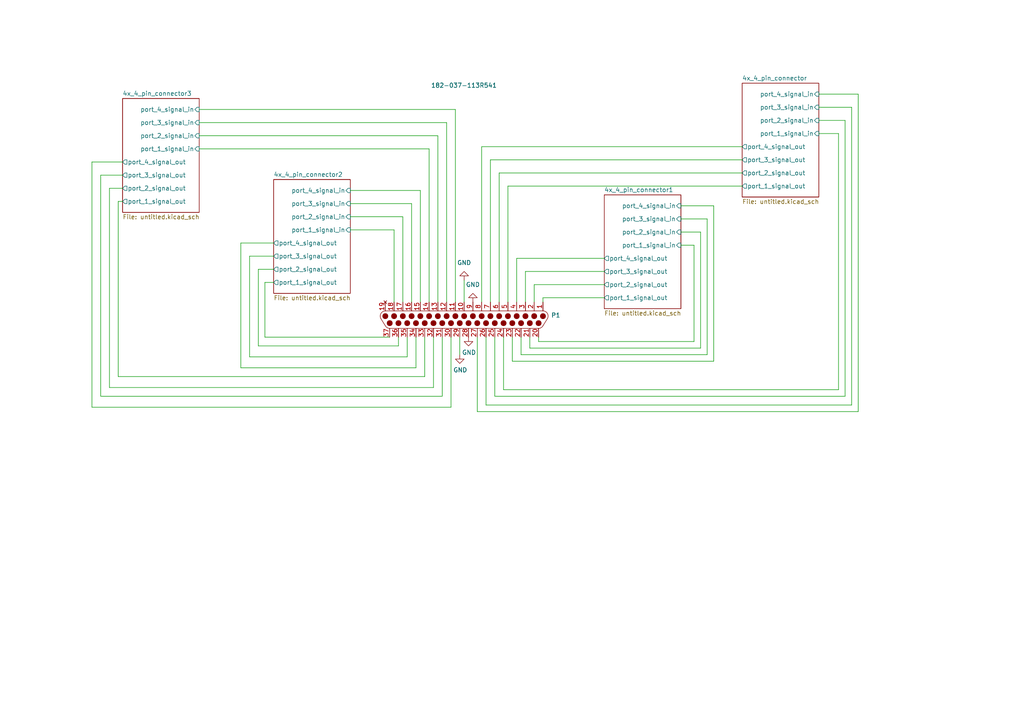
<source format=kicad_sch>
(kicad_sch (version 20211123) (generator eeschema)
  (paper "A4")
  (title_block (title "Voltage Input Module") (date "2021-08-03") (rev "v02") (company "S&T Rocket Design Team") (comment 4 "Author: Arnold Baker, Rakshak Sudhakaran, Andrew Matteson"))
  (lib_symbols
    (symbol "dk_Rectangular-Connectors-Headers-Male-Pins:182-037-113R541" (pin_names (offset 1.016))
      (property "Reference" "P" (at 0 13.97 0))
      (property "Value" "dk_Rectangular-Connectors-Headers-Male-Pins_182-037-113R541" (at 0 -13.97 0))
      (symbol "182-037-113R541_0_1"
        (arc (start -22.86 -1.778) (mid -22.3238 -2.3237) (end -21.59 -2.54))
        (circle (center -22.86 1.016) (radius 0.762) (fill (type outline)))
        (arc (start -22.86 2.54) (mid -24.1496 1.7607) (end -24.13 0.254))
        (circle (center -21.59 -1.016) (radius 0.762) (fill (type outline)))
        (polyline (pts (xy -24.13 0.254) (xy -22.86 -1.778)))
        (polyline (pts (xy -21.59 -2.54) (xy 21.59 -2.54)))
        (polyline (pts (xy 22.86 -1.778) (xy 24.13 0.254)))
        (polyline (pts (xy 22.86 2.54) (xy -22.86 2.54)))
        (arc (start 21.59 -2.54) (mid 22.3282 -2.3311) (end 22.86 -1.778))
        (arc (start 24.13 0.254) (mid 24.1646 1.769) (end 22.86 2.54))
      )
      (symbol "182-037-113R541_1_1"
        (circle (center -20.32 1.016) (radius 0.762) (fill (type outline)))
        (circle (center -19.05 -1.016) (radius 0.762) (fill (type outline)))
        (circle (center -17.78 1.016) (radius 0.762) (fill (type outline)))
        (circle (center -16.51 -1.016) (radius 0.762) (fill (type outline)))
        (circle (center -15.24 1.016) (radius 0.762) (fill (type outline)))
        (circle (center -13.97 -1.016) (radius 0.762) (fill (type outline)))
        (circle (center -12.7 1.016) (radius 0.762) (fill (type outline)))
        (circle (center -11.43 -1.016) (radius 0.762) (fill (type outline)))
        (circle (center -10.16 1.016) (radius 0.762) (fill (type outline)))
        (circle (center -8.89 -1.016) (radius 0.762) (fill (type outline)))
        (circle (center -7.62 1.016) (radius 0.762) (fill (type outline)))
        (circle (center -6.35 -1.016) (radius 0.762) (fill (type outline)))
        (circle (center -5.08 1.016) (radius 0.762) (fill (type outline)))
        (circle (center -3.81 -1.016) (radius 0.762) (fill (type outline)))
        (circle (center -2.54 1.016) (radius 0.762) (fill (type outline)))
        (circle (center -1.27 -1.016) (radius 0.762) (fill (type outline)))
        (circle (center 0 1.016) (radius 0.762) (fill (type outline)))
        (circle (center 1.27 -1.016) (radius 0.762) (fill (type outline)))
        (circle (center 2.54 1.016) (radius 0.762) (fill (type outline)))
        (circle (center 3.81 -1.016) (radius 0.762) (fill (type outline)))
        (circle (center 5.08 1.016) (radius 0.762) (fill (type outline)))
        (circle (center 6.35 -1.016) (radius 0.762) (fill (type outline)))
        (circle (center 7.62 1.016) (radius 0.762) (fill (type outline)))
        (circle (center 8.89 -1.016) (radius 0.762) (fill (type outline)))
        (circle (center 10.16 1.016) (radius 0.762) (fill (type outline)))
        (circle (center 11.43 -1.016) (radius 0.762) (fill (type outline)))
        (circle (center 12.7 1.016) (radius 0.762) (fill (type outline)))
        (circle (center 13.97 -1.016) (radius 0.762) (fill (type outline)))
        (circle (center 15.24 1.016) (radius 0.762) (fill (type outline)))
        (circle (center 16.51 -1.016) (radius 0.762) (fill (type outline)))
        (circle (center 17.78 1.016) (radius 0.762) (fill (type outline)))
        (circle (center 19.05 -1.016) (radius 0.762) (fill (type outline)))
        (circle (center 20.32 1.016) (radius 0.762) (fill (type outline)))
        (circle (center 21.59 -1.016) (radius 0.762) (fill (type outline)))
        (circle (center 22.86 1.016) (radius 0.762) (fill (type outline)))
        (pin passive line (at 22.86 5.08 270) (length 2.54) (name "~") (number "1"))
        (pin passive line (at 0 5.08 270) (length 2.54) (name "~") (number "10"))
        (pin passive line (at -2.54 5.08 270) (length 2.54) (name "~") (number "11"))
        (pin passive line (at -5.08 5.08 270) (length 2.54) (name "~") (number "12"))
        (pin passive line (at -7.62 5.08 270) (length 2.54) (name "~") (number "13"))
        (pin passive line (at -10.16 5.08 270) (length 2.54) (name "~") (number "14"))
        (pin passive line (at -12.7 5.08 270) (length 2.54) (name "~") (number "15"))
        (pin passive line (at -15.24 5.08 270) (length 2.54) (name "~") (number "16"))
        (pin passive line (at -17.78 5.08 270) (length 2.54) (name "~") (number "17"))
        (pin passive line (at -20.32 5.08 270) (length 2.54) (name "~") (number "18"))
        (pin no_connect line (at -22.86 5.08 270) (length 2.54) (name "~") (number "19"))
        (pin passive line (at 20.32 5.08 270) (length 2.54) (name "~") (number "2"))
        (pin passive line (at 21.59 -5.08 90) (length 2.54) (name "~") (number "20"))
        (pin passive line (at 19.05 -5.08 90) (length 2.54) (name "~") (number "21"))
        (pin passive line (at 16.51 -5.08 90) (length 2.54) (name "~") (number "22"))
        (pin passive line (at 13.97 -5.08 90) (length 2.54) (name "~") (number "23"))
        (pin passive line (at 11.43 -5.08 90) (length 2.54) (name "~") (number "24"))
        (pin passive line (at 8.89 -5.08 90) (length 2.54) (name "~") (number "25"))
        (pin passive line (at 6.35 -5.08 90) (length 2.54) (name "~") (number "26"))
        (pin passive line (at 3.81 -5.08 90) (length 2.54) (name "~") (number "27"))
        (pin passive line (at 1.27 -5.08 90) (length 2.54) (name "~") (number "28"))
        (pin passive line (at -1.27 -5.08 90) (length 2.54) (name "~") (number "29"))
        (pin passive line (at 17.78 5.08 270) (length 2.54) (name "~") (number "3"))
        (pin passive line (at -3.81 -5.08 90) (length 2.54) (name "~") (number "30"))
        (pin passive line (at -6.35 -5.08 90) (length 2.54) (name "~") (number "31"))
        (pin passive line (at -8.89 -5.08 90) (length 2.54) (name "~") (number "32"))
        (pin passive line (at -11.43 -5.08 90) (length 2.54) (name "~") (number "33"))
        (pin passive line (at -13.97 -5.08 90) (length 2.54) (name "~") (number "34"))
        (pin passive line (at -16.51 -5.08 90) (length 2.54) (name "~") (number "35"))
        (pin passive line (at -19.05 -5.08 90) (length 2.54) (name "~") (number "36"))
        (pin passive line (at -21.59 -5.08 90) (length 2.54) (name "~") (number "37"))
        (pin passive line (at 15.24 5.08 270) (length 2.54) (name "~") (number "4"))
        (pin passive line (at 12.7 5.08 270) (length 2.54) (name "~") (number "5"))
        (pin passive line (at 10.16 5.08 270) (length 2.54) (name "~") (number "6"))
        (pin passive line (at 7.62 5.08 270) (length 2.54) (name "~") (number "7"))
        (pin passive line (at 5.08 5.08 270) (length 2.54) (name "~") (number "8"))
        (pin passive line (at 2.54 5.08 270) (length 2.54) (name "~") (number "9"))
      )
    )
    (symbol "power:GND" (power) (pin_names (offset 0))
      (property "Value" "GND" (at 0 -3.81 0))
      (symbol "GND_0_1"
        (polyline (pts (xy 0 0) (xy 0 -1.27) (xy 1.27 -1.27) (xy 0 -2.54) (xy -1.27 -1.27) (xy 0 -1.27)))
      )
      (symbol "GND_1_1"
        (pin power_in line (at 0 0 270) (length 0) hide (name "GND") (number "1"))
      )
    )
  )
  (wire (pts (xy 29.21 50.8) (xy 29.21 114.935)))
  (wire (pts (xy 125.73 112.395) (xy 31.75 112.395)))
  (wire (pts (xy 144.78 87.63) (xy 144.78 50.165)))
  (wire (pts (xy 74.93 78.105) (xy 74.93 100.33)))
  (wire (pts (xy 124.46 87.63) (xy 124.46 43.18)))
  (wire (pts (xy 201.295 71.12) (xy 197.485 71.12)))
  (wire (pts (xy 140.97 97.79) (xy 140.97 117.475)))
  (wire (pts (xy 237.49 27.305) (xy 248.92 27.305)))
  (wire (pts (xy 132.08 87.63) (xy 132.08 31.75)))
  (wire (pts (xy 129.54 87.63) (xy 129.54 35.56)))
  (wire (pts (xy 203.2 67.31) (xy 203.2 100.965)))
  (wire (pts (xy 142.24 46.355) (xy 215.265 46.355)))
  (wire (pts (xy 156.21 99.06) (xy 156.21 97.79)))
  (wire (pts (xy 140.97 117.475) (xy 247.015 117.475)))
  (wire (pts (xy 149.86 87.63) (xy 149.86 74.93)))
  (wire (pts (xy 132.08 31.75) (xy 57.785 31.75)))
  (wire (pts (xy 72.39 74.295) (xy 72.39 103.505)))
  (wire (pts (xy 237.49 38.735) (xy 243.205 38.735)))
  (wire (pts (xy 130.81 97.79) (xy 130.81 118.11)))
  (wire (pts (xy 123.19 109.22) (xy 123.19 97.79)))
  (wire (pts (xy 133.35 102.87) (xy 133.35 97.79)))
  (wire (pts (xy 114.3 66.675) (xy 101.6 66.675)))
  (wire (pts (xy 119.38 59.055) (xy 101.6 59.055)))
  (wire (pts (xy 74.93 100.33) (xy 115.57 100.33)))
  (wire (pts (xy 197.485 63.5) (xy 205.105 63.5)))
  (wire (pts (xy 26.67 46.99) (xy 35.56 46.99)))
  (wire (pts (xy 121.92 87.63) (xy 121.92 55.245)))
  (wire (pts (xy 203.2 100.965) (xy 153.67 100.965)))
  (wire (pts (xy 31.75 54.61) (xy 35.56 54.61)))
  (wire (pts (xy 152.4 78.74) (xy 175.26 78.74)))
  (wire (pts (xy 156.21 99.06) (xy 201.295 99.06)))
  (wire (pts (xy 146.05 113.03) (xy 243.205 113.03)))
  (wire (pts (xy 129.54 35.56) (xy 57.785 35.56)))
  (wire (pts (xy 127 39.37) (xy 127 87.63)))
  (wire (pts (xy 120.65 97.79) (xy 120.65 106.68)))
  (wire (pts (xy 116.84 62.865) (xy 101.6 62.865)))
  (wire (pts (xy 120.65 106.68) (xy 69.85 106.68)))
  (wire (pts (xy 79.375 78.105) (xy 74.93 78.105)))
  (wire (pts (xy 153.67 97.79) (xy 153.67 100.965)))
  (wire (pts (xy 151.13 97.79) (xy 151.13 102.87)))
  (wire (pts (xy 205.105 102.87) (xy 151.13 102.87)))
  (wire (pts (xy 248.92 119.38) (xy 138.43 119.38)))
  (wire (pts (xy 76.835 81.915) (xy 79.375 81.915)))
  (wire (pts (xy 34.29 109.22) (xy 123.19 109.22)))
  (wire (pts (xy 139.7 87.63) (xy 139.7 42.545)))
  (wire (pts (xy 245.11 34.925) (xy 245.11 114.935)))
  (wire (pts (xy 157.48 86.36) (xy 157.48 87.63)))
  (wire (pts (xy 138.43 97.79) (xy 138.43 119.38)))
  (wire (pts (xy 69.85 106.68) (xy 69.85 70.485)))
  (wire (pts (xy 207.01 59.69) (xy 197.485 59.69)))
  (wire (pts (xy 245.11 114.935) (xy 143.51 114.935)))
  (wire (pts (xy 154.94 82.55) (xy 175.26 82.55)))
  (wire (pts (xy 143.51 97.79) (xy 143.51 114.935)))
  (wire (pts (xy 130.81 118.11) (xy 26.67 118.11)))
  (wire (pts (xy 144.78 50.165) (xy 215.265 50.165)))
  (wire (pts (xy 243.205 113.03) (xy 243.205 38.735)))
  (wire (pts (xy 237.49 34.925) (xy 245.11 34.925)))
  (wire (pts (xy 69.85 70.485) (xy 79.375 70.485)))
  (wire (pts (xy 157.48 86.36) (xy 175.26 86.36)))
  (wire (pts (xy 26.67 118.11) (xy 26.67 46.99)))
  (wire (pts (xy 114.3 87.63) (xy 114.3 66.675)))
  (wire (pts (xy 205.105 63.5) (xy 205.105 102.87)))
  (wire (pts (xy 237.49 31.115) (xy 247.015 31.115)))
  (wire (pts (xy 128.27 114.935) (xy 128.27 97.79)))
  (wire (pts (xy 121.92 55.245) (xy 101.6 55.245)))
  (wire (pts (xy 34.29 58.42) (xy 34.29 109.22)))
  (wire (pts (xy 113.03 97.79) (xy 76.835 97.79)))
  (wire (pts (xy 207.01 104.775) (xy 207.01 59.69)))
  (wire (pts (xy 72.39 103.505) (xy 118.11 103.505)))
  (wire (pts (xy 116.84 87.63) (xy 116.84 62.865)))
  (wire (pts (xy 139.7 42.545) (xy 215.265 42.545)))
  (wire (pts (xy 248.92 27.305) (xy 248.92 119.38)))
  (wire (pts (xy 134.62 81.28) (xy 134.62 87.63)))
  (wire (pts (xy 76.835 97.79) (xy 76.835 81.915)))
  (wire (pts (xy 152.4 87.63) (xy 152.4 78.74)))
  (wire (pts (xy 35.56 50.8) (xy 29.21 50.8)))
  (wire (pts (xy 148.59 97.79) (xy 148.59 104.775)))
  (wire (pts (xy 29.21 114.935) (xy 128.27 114.935)))
  (wire (pts (xy 35.56 58.42) (xy 34.29 58.42)))
  (wire (pts (xy 119.38 87.63) (xy 119.38 59.055)))
  (wire (pts (xy 79.375 74.295) (xy 72.39 74.295)))
  (wire (pts (xy 31.75 112.395) (xy 31.75 54.61)))
  (wire (pts (xy 57.785 39.37) (xy 127 39.37)))
  (wire (pts (xy 146.05 97.79) (xy 146.05 113.03)))
  (wire (pts (xy 148.59 104.775) (xy 207.01 104.775)))
  (wire (pts (xy 147.32 53.975) (xy 147.32 87.63)))
  (wire (pts (xy 154.94 87.63) (xy 154.94 82.55)))
  (wire (pts (xy 118.11 103.505) (xy 118.11 97.79)))
  (wire (pts (xy 147.32 53.975) (xy 215.265 53.975)))
  (wire (pts (xy 115.57 100.33) (xy 115.57 97.79)))
  (wire (pts (xy 149.86 74.93) (xy 175.26 74.93)))
  (wire (pts (xy 124.46 43.18) (xy 57.785 43.18)))
  (wire (pts (xy 142.24 46.355) (xy 142.24 87.63)))
  (wire (pts (xy 247.015 117.475) (xy 247.015 31.115)))
  (wire (pts (xy 197.485 67.31) (xy 203.2 67.31)))
  (wire (pts (xy 125.73 97.79) (xy 125.73 112.395)))
  (wire (pts (xy 201.295 99.06) (xy 201.295 71.12)))
  (symbol (lib_id "dk_Rectangular-Connectors-Headers-Male-Pins:182-037-113R541") (at 134.62 92.71 0) (unit 1)
    (property "Reference" "P1" (at 162.56 91.44 0) (effects (justify right)))
    (property "Value" "182-037-113R541" (at 144.145 24.765 0) (effects (justify right)))
    (property "Footprint" "Voltage_Input_Module:182-037-113R451" (effects hide))
  )
  (symbol (lib_id "power:GND") (at 137.16 87.63 180) (unit 1)
    (property "Reference" "#PWR0104" (effects hide))
    (property "Value" "GND" (at 137.16 82.55 0))
  )
  (symbol (lib_id "power:GND") (at 134.62 81.28 180) (unit 1)
    (property "Reference" "#PWR0103" (effects hide))
    (property "Value" "GND" (at 134.62 76.2 0))
  )
  (symbol (lib_id "power:GND") (at 133.35 102.87 0) (unit 1)
    (property "Reference" "#PWR0101" (effects hide))
    (property "Value" "GND" (at 131.445 107.315 0) (effects (justify left)))
  )
  (symbol (lib_id "power:GND") (at 135.89 97.79 0) (unit 1)
    (property "Reference" "#PWR0102" (effects hide))
    (property "Value" "GND" (at 133.985 102.235 0) (effects (justify left)))
  )
  (sheet (at 35.56 28.575) (size 22.225 33.02) (stroke (width 0.1524))
    (property "Sheet name" "4x_4_pin_connector3" (at 35.56 27.8634 0) (effects (justify left bottom)))
    (property "Sheet file" "untitled.kicad_sch" (at 35.56 62.1796 0) (effects (justify left top)))
    (pin "port_1_signal_out" output (at 35.56 58.42 180))
    (pin "port_2_signal_out" output (at 35.56 54.61 180))
    (pin "port_3_signal_out" output (at 35.56 50.8 180))
    (pin "port_4_signal_out" output (at 35.56 46.99 180))
    (pin "port_3_signal_in" input (at 57.785 35.56 0))
    (pin "port_1_signal_in" input (at 57.785 43.18 0))
    (pin "port_4_signal_in" input (at 57.785 31.75 0))
    (pin "port_2_signal_in" input (at 57.785 39.37 0))
  )
  (sheet (at 175.26 56.515) (size 22.225 33.02) (stroke (width 0.1524))
    (property "Sheet name" "4x_4_pin_connector1" (at 175.26 55.8034 0) (effects (justify left bottom)))
    (property "Sheet file" "untitled.kicad_sch" (at 175.26 90.1196 0) (effects (justify left top)))
    (pin "port_1_signal_out" output (at 175.26 86.36 180))
    (pin "port_2_signal_out" output (at 175.26 82.55 180))
    (pin "port_3_signal_out" output (at 175.26 78.74 180))
    (pin "port_4_signal_out" output (at 175.26 74.93 180))
    (pin "port_3_signal_in" input (at 197.485 63.5 0))
    (pin "port_1_signal_in" input (at 197.485 71.12 0))
    (pin "port_4_signal_in" input (at 197.485 59.69 0))
    (pin "port_2_signal_in" input (at 197.485 67.31 0))
  )
  (sheet (at 79.375 52.07) (size 22.225 33.02) (stroke (width 0.1524))
    (property "Sheet name" "4x_4_pin_connector2" (at 79.375 51.3584 0) (effects (justify left bottom)))
    (property "Sheet file" "untitled.kicad_sch" (at 79.375 85.6746 0) (effects (justify left top)))
    (pin "port_1_signal_out" output (at 79.375 81.915 180))
    (pin "port_2_signal_out" output (at 79.375 78.105 180))
    (pin "port_3_signal_out" output (at 79.375 74.295 180))
    (pin "port_4_signal_out" output (at 79.375 70.485 180))
    (pin "port_3_signal_in" input (at 101.6 59.055 0))
    (pin "port_1_signal_in" input (at 101.6 66.675 0))
    (pin "port_4_signal_in" input (at 101.6 55.245 0))
    (pin "port_2_signal_in" input (at 101.6 62.865 0))
  )
  (sheet (at 215.265 24.13) (size 22.225 33.02) (stroke (width 0.1524))
    (property "Sheet name" "4x_4_pin_connector" (at 215.265 23.4184 0) (effects (justify left bottom)))
    (property "Sheet file" "untitled.kicad_sch" (at 215.265 57.7346 0) (effects (justify left top)))
    (pin "port_1_signal_out" output (at 215.265 53.975 180))
    (pin "port_2_signal_out" output (at 215.265 50.165 180))
    (pin "port_3_signal_out" output (at 215.265 46.355 180))
    (pin "port_4_signal_out" output (at 215.265 42.545 180))
    (pin "port_3_signal_in" input (at 237.49 31.115 0))
    (pin "port_1_signal_in" input (at 237.49 38.735 0))
    (pin "port_4_signal_in" input (at 237.49 27.305 0))
    (pin "port_2_signal_in" input (at 237.49 34.925 0))
  )
)
</source>
